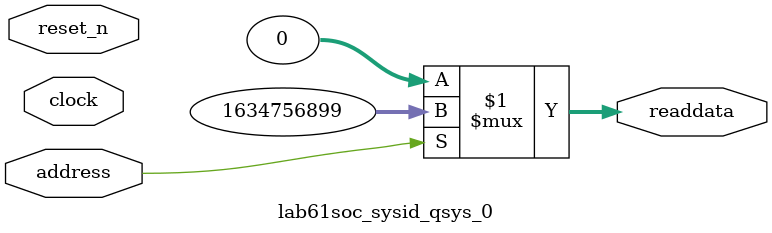
<source format=v>



// synthesis translate_off
`timescale 1ns / 1ps
// synthesis translate_on

// turn off superfluous verilog processor warnings 
// altera message_level Level1 
// altera message_off 10034 10035 10036 10037 10230 10240 10030 

module lab61soc_sysid_qsys_0 (
               // inputs:
                address,
                clock,
                reset_n,

               // outputs:
                readdata
             )
;

  output  [ 31: 0] readdata;
  input            address;
  input            clock;
  input            reset_n;

  wire    [ 31: 0] readdata;
  //control_slave, which is an e_avalon_slave
  assign readdata = address ? 1634756899 : 0;

endmodule



</source>
